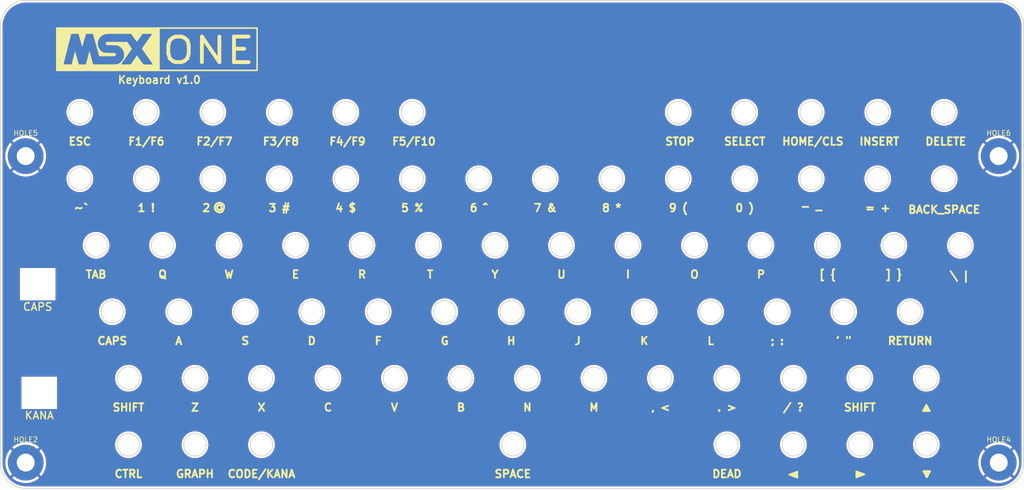
<source format=kicad_pcb>
(kicad_pcb (version 20211014) (generator pcbnew)
  (title_block (title "MSX-ONE Keyboard Cover") (date "2025-01-15") (rev "1.0"))
  (layers (0 "F.Cu" signal) (31 "B.Cu" signal) (34 "B.Paste" user) (35 "F.Paste" user) (36 "B.SilkS" user "B.Silkscreen") (37 "F.SilkS" user "F.Silkscreen") (38 "B.Mask" user) (39 "F.Mask" user) (44 "Edge.Cuts" user))
  (net 0 "")
  (net 1 "GND")
  (footprint "MountingHole:MountingHole_3.5mm_Pad" (layer "F.Cu") (at 237.0523 132.405)
    (fp_text reference "HOLE4" (at 0 -4.5) (layer "F.SilkS"))
    (fp_text value "Hole")
    (pad "1" thru_hole circle locked (at 0 0) (size 7 7) (drill 3.5) (layers *.Cu *.Mask) (net 1 "GND"))
  )
  (footprint "MountingHole:MountingHole_3.5mm_Pad" (layer "F.Cu") (at 237.0423 72.3975)
    (fp_text reference "HOLE6" (at 0 -4.5) (layer "F.SilkS"))
    (fp_text value "Hole")
    (pad "1" thru_hole circle locked (at 0 0) (size 7 7) (drill 3.5) (layers *.Cu *.Mask) (net 1 "GND"))
  )
  (footprint "MountingHole:MountingHole_3.5mm_Pad" (layer "F.Cu") (at 46.5523 132.405)
    (fp_text reference "HOLE2" (at 0 -4.5) (layer "F.SilkS"))
    (fp_text value "Hole")
    (pad "1" thru_hole circle locked (at 0 0) (size 7 7) (drill 3.5) (layers *.Cu *.Mask) (net 1 "GND"))
  )
  (footprint "MyParts:MSX-Logo" (layer "F.Cu") (at 72.39 51.435)
    (fp_text reference "G***")
    (fp_text value "LOGO" hide)
    (fp_text user "ONE" (at 9.93847 0.288784 unlocked) (layer "F.SilkS") (effects (font (size 5 6) (thickness 0.75))))
    (fp_line (start 0.257162 -4.103369) (end -19.750222 -4.103369) (layer "F.SilkS") (width 0.3))
    (fp_line (start -19.750222 -4.103369) (end -19.750222 4.180938) (layer "F.SilkS") (width 0.3))
    (fp_line (start 0.25347 4.180938) (end -19.750222 4.180938) (layer "F.SilkS") (width 0.3))
    (fp_rect (start 0.25347 -4.103369) (end 19.46347 4.180938) (layer "F.SilkS") (width 0.3) (fill none))
    (fp_poly (pts (xy 0.257162 4.180938) (xy -19.750222 4.180938) (xy -19.750222 2.979323) (xy -18.422565 2.979323) (xy -18.385127 2.988178) (xy -18.281182 2.99596) (xy -18.122371 3.002237) (xy -17.920338 3.006579) (xy -17.686725 3.008556) (xy -17.630147 3.008631) (xy -16.838687 3.008631) (xy -16.531476 1.7484) (xy -16.457085 1.444948) (xy -16.387628 1.164875) (xy -16.32547 0.917467) (xy -16.272974 0.712011) (xy -16.232507 0.557792) (xy -16.206433 0.464098) (xy -16.198233 0.43988) (xy -16.182099 0.464624) (xy -16.147887 0.556605) (xy -16.098135 0.707675) (xy -16.035382 0.909685) (xy -15.962167 1.154488) (xy -15.881027 1.433935) (xy -15.805624 1.700111) (xy -15.439046 3.008631) (xy -14.06453 3.008141) (xy -13.713599 1.682266) (xy -13.631865 1.37468) (xy -13.556358 1.092857) (xy -13.489392 0.845261) (xy -13.433283 0.640355) (xy -13.390347 0.486603) (xy -13.362899 0.392468) (xy -13.35338 0.365679) (xy -13.341369 0.404316) (xy -13.311917 0.509075) (xy -13.267589 0.670531) (xy -13.210953 0.879256) (xy -13.144575 1.125824) (xy -13.071022 1.400809) (xy -13.048151 1.486645) (xy -12.969847 1.780344) (xy -12.895248 2.059319) (xy -12.827514 2.311816) (xy -12.769806 2.526076) (xy -12.725284 2.690346) (xy -12.697109 2.792868) (xy -12.694125 2.803477) (xy -12.636039 3.008631) (xy -10.357248 3.008631) (xy -9.876582 3.008532) (xy -9.467546 3.008099) (xy -9.123615 3.007128) (xy -8.838265 3.005416) (xy -8.604972 3.002758) (xy -8.417212 2.998951) (xy -8.268461 2.99379) (xy -8.152194 2.987073) (xy -8.061888 2.978594) (xy -7.991018 2.968151) (xy -7.93306 2.955539) (xy -7.88149 2.940554) (xy -7.850802 2.930306) (xy -7.513734 2.775294) (xy -7.213688 2.559426) (xy -6.96044 2.292802) (xy -6.763769 1.985524) (xy -6.643254 1.682692) (xy -6.598696 1.45107) (xy -6.581908 1.179238) (xy -6.592539 0.899906) (xy -6.630243 0.645783) (xy -6.655333 0.550339) (xy -6.800282 0.21296) (xy -7.01061 -0.090209) (xy -7.277718 -0.350162) (xy -7.593004 -0.557891) (xy -7.806896 -0.655728) (xy -7.875489 -0.676259) (xy -7.970775 -0.693047) (xy -8.102021 -0.706751) (xy -8.278496 -0.718029) (xy -8.509468 -0.72754) (xy -8.804204 -0.735942) (xy -8.997809 -0.74035) (xy -9.307735 -0.74711) (xy -9.548957 -0.753226) (xy -9.730908 -0.759676) (xy -9.86302 -0.767434) (xy -9.954726 -0.777477) (xy -10.015459 -0.790779) (xy -10.054653 -0.808318) (xy -10.081738 -0.831068) (xy -10.101732 -0.854545) (xy -10.161348 -0.978132) (xy -10.175563 -1.123774) (xy -10.144614 -1.25929) (xy -10.098222 -1.328908) (xy -10.078865 -1.346192) (xy -10.053956 -1.360714) (xy -10.01701 -1.37271) (xy -9.961543 -1.382415) (xy -9.88107 -1.390062) (xy -9.769108 -1.395887) (xy -9.619171 -1.400125) (xy -9.424775 -1.40301) (xy -9.179437 -1.404776) (xy -8.87667 -1.40566) (xy -8.509992 -1.405895) (xy -8.072917 -1.405717) (xy -7.978299 -1.405653) (xy -5.93653 -1.404245) (xy -5.481197 -0.730467) (xy -5.025863 -0.056689) (xy -5.886346 1.173124) (xy -6.088656 1.462226) (xy -6.285595 1.743575) (xy -6.470595 2.007792) (xy -6.637084 2.245495) (xy -6.778494 2.447306) (xy -6.888253 2.603843) (xy -6.959792 2.705726) (xy -6.959833 2.705784) (xy -7.172836 3.008631) (xy -6.222529 3.008496) (xy -5.272222 3.008362) (xy -4.672208 2.129266) (xy -4.514307 1.898473) (xy -4.371184 1.690338) (xy -4.248604 1.513156) (xy -4.152328 1.375223) (xy -4.088119 1.284834) (xy -4.061741 1.250285) (xy -4.061487 1.250169) (xy -4.036827 1.280589) (xy -3.972573 1.366458) (xy -3.87464 1.499684) (xy -3.748942 1.67218) (xy -3.601394 1.875855) (xy -3.437911 2.102619) (xy -3.419397 2.128363) (xy -2.788013 3.006557) (xy -2.213041 3.018492) (xy -1.972283 3.023602) (xy -1.724884 3.029047) (xy -1.497738 3.034223) (xy -1.317739 3.038526) (xy -1.296146 3.039067) (xy -1.138392 3.039139) (xy -1.020871 3.031509) (xy -0.959506 3.017489) (xy -0.954222 3.010893) (xy -0.976187 2.972498) (xy -1.039109 2.876931) (xy -1.138532 2.730621) (xy -1.27 2.54) (xy -1.429055 2.3115) (xy -1.611242 2.051552) (xy -1.812104 1.766588) (xy -2.010858 1.486028) (xy -2.22584 1.182734) (xy -2.42705 0.897838) (xy -2.609917 0.637885) (xy -2.769871 0.409419) (xy -2.902341 0.218987) (xy -3.002757 0.073132) (xy -3.066549 -0.021598) (xy -3.088929 -0.057884) (xy -3.071619 -0.10224) (xy -3.011399 -0.204737) (xy -2.911554 -0.360475) (xy -2.775367 -0.564554) (xy -2.606124 -0.812074) (xy -2.407106 -1.098134) (xy -2.1816 -1.417835) (xy -2.110448 -1.517924) (xy -1.902198 -1.810896) (xy -1.708634 -2.084225) (xy -1.534343 -2.331362) (xy -1.38391 -2.545755) (xy -1.261923 -2.720853) (xy -1.172967 -2.850107) (xy -1.121629 -2.926965) (xy -1.11053 -2.946121) (xy -1.147817 -2.952788) (xy -1.252521 -2.95862) (xy -1.413907 -2.963356) (xy -1.621241 -2.966734) (xy -1.863787 -2.968496) (xy -2.038607 -2.968644) (xy -2.966684 -2.96715) (xy -3.337915 -2.437541) (xy -3.479518 -2.235876) (xy -3.621435 -2.034377) (xy -3.750662 -1.851467) (xy -3.854193 -1.705573) (xy -3.890105 -1.655268) (xy -4.071065 -1.402605) (xy -5.219653 -2.970139) (xy -7.551476 -2.96946) (xy -8.071571 -2.969147) (xy -8.520106 -2.968177) (xy -8.903674 -2.966016) (xy -9.228868 -2.96213) (xy -9.502283 -2.955985) (xy -9.730511 -2.947049) (xy -9.920147 -2.934786) (xy -10.077783 -2.918663) (xy -10.210014 -2.898147) (xy -10.323432 -2.872703) (xy -10.424631 -2.841798) (xy -10.520205 -2.804898) (xy -10.616747 -2.76147) (xy -10.716225 -2.713255) (xy -11.034043 -2.516366) (xy -11.295034 -2.270509) (xy -11.496515 -1.98308) (xy -11.635799 -1.661473) (xy -11.710202 -1.313082) (xy -11.717039 -0.945304) (xy -11.653626 -0.565532) (xy -11.580223 -0.333605) (xy -11.452611 -0.074178) (xy -11.275955 0.169662) (xy -11.064768 0.384066) (xy -10.833563 0.555186) (xy -10.596854 0.669172) (xy -10.50092 0.696321) (xy -10.410043 0.7084) (xy -10.254159 0.720544) (xy -10.04641 0.732095) (xy -9.79994 0.742398) (xy -9.527891 0.750796) (xy -9.318299 0.755389) (xy -9.013834 0.761097) (xy -8.777925 0.76652) (xy -8.600987 0.7726) (xy -8.47343 0.780274) (xy -8.385668 0.790484) (xy -8.328113 0.804169) (xy -8.291178 0.822268) (xy -8.265275 0.845722) (xy -8.253453 0.859766) (xy -8.198947 0.978186) (xy -8.186142 1.123525) (xy -8.215164 1.259926) (xy -8.251838 1.321552) (xy -8.271287 1.341581) (xy -8.297088 1.358039) (xy -8.336698 1.371347) (xy -8.397571 1.381928) (xy -8.487164 1.390204) (xy -8.612931 1.396597) (xy -8.782329 1.401528) (xy -9.002813 1.40542) (xy -9.281838 1.408694) (xy -9.62686 1.411774) (xy -9.881621 1.413805) (xy -11.443019 1.426015) (xy -11.682385 0.585861) (xy -11.75309 0.337253) (xy -11.840174 0.030351) (xy -11.938842 -0.317907) (xy -12.0443 -0.690583) (xy -12.151753 -1.070739) (xy -12.256408 -1.441438) (xy -12.304571 -1.612216) (xy -12.687392 -2.970139) (xy -13.356423 -2.969675) (xy -14.025453 -2.969211) (xy -14.396604 -1.682769) (xy -14.48421 -1.38265) (xy -14.565772 -1.109995) (xy -14.638682 -0.873004) (xy -14.700331 -0.67988) (xy -14.748111 -0.538823) (xy -14.779416 -0.458034) (xy -14.790976 -0.44254) (xy -14.806722 -0.490147) (xy -14.840657 -0.603854) (xy -14.890139 -0.774432) (xy -14.952523 -0.992656) (xy -15.025167 -1.249298) (xy -15.105427 -1.535132) (xy -15.159659 -1.729446) (xy -15.505119 -2.970139) (xy -16.922124 -2.970139) (xy -17.672823 -0.010062) (xy -17.791146 0.45691) (xy -17.903709 0.901954) (xy -18.009054 1.319258) (xy -18.105725 1.703011) (xy -18.192263 2.047402) (xy -18.26721 2.346619) (xy -18.329111 2.594852) (xy -18.376507 2.78629) (xy -18.40794 2.915122) (xy -18.421954 2.975535) (xy -18.422565 2.979323) (xy -19.750222 2.979323) (xy -19.750222 -4.103369) (xy 0.257162 -4.103369)) (layer "F.SilkS") (width 0) (fill solid))
  )
  (footprint "MountingHole:MountingHole_3.5mm_Pad" (layer "F.Cu") (at 46.5423 72.3975)
    (fp_text reference "HOLE5" (at 0 -4.5) (layer "F.SilkS"))
    (fp_text value "Hole")
    (pad "1" thru_hole circle locked (at 0 0) (size 7 7) (drill 3.5) (layers *.Cu *.Mask) (net 1 "GND"))
  )
  (gr_circle (center 170.815 115.8875) (end 173.015 115.8875) (layer "Edge.Cuts") (width 0.15) (fill none))
  (gr_circle (center 60.325 89.8525) (end 62.525 89.8525) (layer "Edge.Cuts") (width 0.15) (fill none))
  (gr_circle (center 57.15 76.835) (end 59.35 76.835) (layer "Edge.Cuts") (width 0.15) (fill none))
  (gr_circle (center 164.465 89.8525) (end 166.665 89.8525) (layer "Edge.Cuts") (width 0.15) (fill none))
  (gr_circle (center 118.745 115.8875) (end 120.945 115.8875) (layer "Edge.Cuts") (width 0.15) (fill none))
  (gr_circle (center 144.78 115.8875) (end 146.98 115.8875) (layer "Edge.Cuts") (width 0.15) (fill none))
  (gr_circle (center 151.4475 89.8525) (end 153.6475 89.8525) (layer "Edge.Cuts") (width 0.15) (fill none))
  (gr_circle (center 122.2375 63.8175) (end 124.4375 63.8175) (layer "Edge.Cuts") (width 0.15) (fill none))
  (gr_circle (center 200.3425 63.8175) (end 202.5425 63.8175) (layer "Edge.Cuts") (width 0.15) (fill none))
  (gr_circle (center 112.395 89.8525) (end 114.595 89.8525) (layer "Edge.Cuts") (width 0.15) (fill none))
  (gr_circle (center 196.85 115.8875) (end 199.05 115.8875) (layer "Edge.Cuts") (width 0.15) (fill none))
  (gr_circle (center 79.6925 128.905) (end 81.8925 128.905) (layer "Edge.Cuts") (width 0.15) (fill none))
  (gr_circle (center 229.5525 89.8525) (end 231.7525 89.8525) (layer "Edge.Cuts") (width 0.15) (fill none))
  (gr_circle (center 115.57 102.87) (end 117.77 102.87) (layer "Edge.Cuts") (width 0.15) (fill none))
  (gr_circle (center 92.71 128.905) (end 94.91 128.905) (layer "Edge.Cuts") (width 0.15) (fill none))
  (gr_circle (center 76.5175 102.87) (end 78.7175 102.87) (layer "Edge.Cuts") (width 0.15) (fill none))
  (gr_circle (center 141.605 102.87) (end 143.805 102.87) (layer "Edge.Cuts") (width 0.15) (fill none))
  (gr_circle (center 99.3775 89.8525) (end 101.5775 89.8525) (layer "Edge.Cuts") (width 0.15) (fill none))
  (gr_circle (center 66.675 115.8875) (end 68.875 115.8875) (layer "Edge.Cuts") (width 0.15) (fill none))
  (gr_circle (center 174.3075 76.835) (end 176.5075 76.835) (layer "Edge.Cuts") (width 0.15) (fill none))
  (gr_circle (center 125.4125 89.8525) (end 127.6125 89.8525) (layer "Edge.Cuts") (width 0.15) (fill none))
  (gr_circle (center 222.885 128.905) (end 225.085 128.905) (layer "Edge.Cuts") (width 0.15) (fill none))
  (gr_circle (center 89.535 102.87) (end 91.735 102.87) (layer "Edge.Cuts") (width 0.15) (fill none))
  (gr_circle (center 154.6225 102.87) (end 156.8225 102.87) (layer "Edge.Cuts") (width 0.15) (fill none))
  (gr_circle (center 226.3775 63.8175) (end 228.5775 63.8175) (layer "Edge.Cuts") (width 0.15) (fill none))
  (gr_circle (center 187.325 76.835) (end 189.525 76.835) (layer "Edge.Cuts") (width 0.15) (fill none))
  (gr_circle (center 83.185 76.835) (end 85.385 76.835) (layer "Edge.Cuts") (width 0.15) (fill none))
  (gr_circle (center 109.22 76.835) (end 111.42 76.835) (layer "Edge.Cuts") (width 0.15) (fill none))
  (gr_circle (center 96.2025 63.8175) (end 98.4025 63.8175) (layer "Edge.Cuts") (width 0.15) (fill none))
  (gr_circle (center 187.325 63.8175) (end 189.525 63.8175) (layer "Edge.Cuts") (width 0.15) (fill none))
  (gr_arc locked (start 46.6725 137.4775) (mid 43.080398 135.989602) (end 41.5925 132.3975) (layer "Edge.Cuts") (width 0.15))
  (gr_line locked (start 236.855 41.91) (end 46.6725 41.91) (layer "Edge.Cuts") (width 0.15))
  (gr_arc locked (start 236.855 41.91) (mid 240.447102 43.397898) (end 241.935 46.99) (layer "Edge.Cuts") (width 0.15))
  (gr_circle (center 174.3075 63.8175) (end 176.5075 63.8175) (layer "Edge.Cuts") (width 0.15) (fill none))
  (gr_circle (center 222.885 115.8875) (end 225.085 115.8875) (layer "Edge.Cuts") (width 0.15) (fill none))
  (gr_circle (center 209.8675 115.8875) (end 212.0675 115.8875) (layer "Edge.Cuts") (width 0.15) (fill none))
  (gr_circle (center 141.9225 128.905) (end 144.1225 128.905) (layer "Edge.Cuts") (width 0.15) (fill none))
  (gr_circle (center 70.1675 63.8175) (end 72.3675 63.8175) (layer "Edge.Cuts") (width 0.15) (fill none))
  (gr_circle (center 183.8325 115.8875) (end 186.0325 115.8875) (layer "Edge.Cuts") (width 0.15) (fill none))
  (gr_circle (center 131.7625 115.8875) (end 133.9625 115.8875) (layer "Edge.Cuts") (width 0.15) (fill none))
  (gr_circle (center 102.5525 102.87) (end 104.7525 102.87) (layer "Edge.Cuts") (width 0.15) (fill none))
  (gr_circle (center 226.3775 76.835) (end 228.5775 76.835) (layer "Edge.Cuts") (width 0.15) (fill none))
  (gr_circle (center 128.5875 102.87) (end 130.7875 102.87) (layer "Edge.Cuts") (width 0.15) (fill none))
  (gr_circle (center 167.64 102.87) (end 169.84 102.87) (layer "Edge.Cuts") (width 0.15) (fill none))
  (gr_circle (center 57.15 63.8175) (end 59.35 63.8175) (layer "Edge.Cuts") (width 0.15) (fill none))
  (gr_circle (center 63.5 102.87) (end 65.7 102.87) (layer "Edge.Cuts") (width 0.15) (fill none))
  (gr_circle (center 105.7275 115.8875) (end 107.9275 115.8875) (layer "Edge.Cuts") (width 0.15) (fill none))
  (gr_circle (center 206.6925 102.87) (end 208.8925 102.87) (layer "Edge.Cuts") (width 0.15) (fill none))
  (gr_circle (center 66.675 128.905) (end 68.875 128.905) (layer "Edge.Cuts") (width 0.15) (fill none))
  (gr_circle (center 183.8325 128.905) (end 186.0325 128.905) (layer "Edge.Cuts") (width 0.15) (fill none))
  (gr_circle (center 213.36 63.8175) (end 215.56 63.8175) (layer "Edge.Cuts") (width 0.15) (fill none))
  (gr_circle (center 148.2725 76.835) (end 150.4725 76.835) (layer "Edge.Cuts") (width 0.15) (fill none))
  (gr_circle (center 122.2375 76.835) (end 124.4375 76.835) (layer "Edge.Cuts") (width 0.15) (fill none))
  (gr_circle (center 138.43 89.8525) (end 140.63 89.8525) (layer "Edge.Cuts") (width 0.15) (fill none))
  (gr_circle (center 135.255 76.835) (end 137.455 76.835) (layer "Edge.Cuts") (width 0.15) (fill none))
  (gr_circle (center 196.85 128.905) (end 199.05 128.905) (layer "Edge.Cuts") (width 0.15) (fill none))
  (gr_circle (center 79.6925 115.8875) (end 81.8925 115.8875) (layer "Edge.Cuts") (width 0.15) (fill none))
  (gr_circle (center 86.36 89.8525) (end 88.56 89.8525) (layer "Edge.Cuts") (width 0.15) (fill none))
  (gr_circle (center 219.71 102.87) (end 221.91 102.87) (layer "Edge.Cuts") (width 0.15) (fill none))
  (gr_circle (center 216.535 89.8525) (end 218.735 89.8525) (layer "Edge.Cuts") (width 0.15) (fill none))
  (gr_arc locked (start 241.935 132.3975) (mid 240.447102 135.989602) (end 236.855 137.4775) (layer "Edge.Cuts") (width 0.15))
  (gr_circle (center 83.185 63.8175) (end 85.385 63.8175) (layer "Edge.Cuts") (width 0.15) (fill none))
  (gr_circle (center 203.5175 89.8525) (end 205.7175 89.8525) (layer "Edge.Cuts") (width 0.15) (fill none))
  (gr_circle (center 109.22 63.8175) (end 111.42 63.8175) (layer "Edge.Cuts") (width 0.15) (fill none))
  (gr_circle (center 73.3425 89.8525) (end 75.5425 89.8525) (layer "Edge.Cuts") (width 0.15) (fill none))
  (gr_circle (center 96.2025 76.835) (end 98.4025 76.835) (layer "Edge.Cuts") (width 0.15) (fill none))
  (gr_circle (center 70.1675 76.835) (end 72.3675 76.835) (layer "Edge.Cuts") (width 0.15) (fill none))
  (gr_circle (center 193.675 102.87) (end 195.875 102.87) (layer "Edge.Cuts") (width 0.15) (fill none))
  (gr_circle (center 213.36 76.835) (end 215.56 76.835) (layer "Edge.Cuts") (width 0.15) (fill none))
  (gr_circle (center 157.7975 115.8875) (end 159.9975 115.8875) (layer "Edge.Cuts") (width 0.15) (fill none))
  (gr_circle (center 190.5 89.8525) (end 192.7 89.8525) (layer "Edge.Cuts") (width 0.15) (fill none))
  (gr_circle (center 180.6575 102.87) (end 182.8575 102.87) (layer "Edge.Cuts") (width 0.15) (fill none))
  (gr_arc locked (start 41.5925 46.99) (mid 43.080398 43.397898) (end 46.6725 41.91) (layer "Edge.Cuts") (width 0.15))
  (gr_circle (center 177.4825 89.8525) (end 179.6825 89.8525) (layer "Edge.Cuts") (width 0.15) (fill none))
  (gr_circle (center 92.71 115.8875) (end 94.91 115.8875) (layer "Edge.Cuts") (width 0.15) (fill none))
  (gr_line locked (start 241.935 132.3975) (end 241.935 46.99) (layer "Edge.Cuts") (width 0.15))
  (gr_line locked (start 41.5925 46.99) (end 41.5925 132.3975) (layer "Edge.Cuts") (width 0.15))
  (gr_line locked (start 46.6725 137.4775) (end 236.855 137.4775) (layer "Edge.Cuts") (width 0.15))
  (gr_circle (center 161.29 76.835) (end 163.49 76.835) (layer "Edge.Cuts") (width 0.15) (fill none))
  (gr_circle (center 200.3425 76.835) (end 202.5425 76.835) (layer "Edge.Cuts") (width 0.15) (fill none))
  (gr_circle (center 209.8675 128.905) (end 212.0675 128.905) (layer "Edge.Cuts") (width 0.15) (fill none))
  (gr_text "STOP" (at 174.625 69.5325) (layer "F.SilkS") (effects (font (size 1.5 1.5) (thickness 0.35))))
  (gr_text "DELETE" (at 226.695 69.5325) (layer "F.SilkS") (effects (font (size 1.5 1.5) (thickness 0.35))))
  (gr_text "I" (at 164.452327 95.554366) (layer "F.SilkS") (effects (font (size 1.5 1.5) (thickness 0.35))))
  (gr_text "KANA" (at 49.2125 123.19) (layer "F.SilkS") (effects (font (size 1.5 1.5) (thickness 0.25))))
  (gr_text "CODE/KANA" (at 92.71 134.62) (layer "F.SilkS") (effects (font (size 1.5 1.5) (thickness 0.35))))
  (gr_text "T" (at 125.73 95.5675) (layer "F.SilkS") (effects (font (size 1.5 1.5) (thickness 0.35))))
  (gr_text "F1/F6" (at 70.1675 69.5325) (layer "F.SilkS") (effects (font (size 1.5 1.5) (thickness 0.35))))
  (gr_text "R" (at 112.395 95.5675) (layer "F.SilkS") (effects (font (size 1.5 1.5) (thickness 0.35))))
  (gr_text "0 )" (at 187.325 82.55) (layer "F.SilkS") (effects (font (size 1.5 1.5) (thickness 0.35))))
  (gr_text "RETURN" (at 219.71 108.585) (layer "F.SilkS") (effects (font (size 1.5 1.5) (thickness 0.35))))
  (gr_text "GRAPH" (at 79.6925 134.62) (layer "F.SilkS") (effects (font (size 1.5 1.5) (thickness 0.35))))
  (gr_text "6 ^" (at 135.255 82.55) (layer "F.SilkS") (effects (font (size 1.5 1.5) (thickness 0.35))))
  (gr_text "G" (at 128.5875 108.585) (layer "F.SilkS") (effects (font (size 1.5 1.5) (thickness 0.35))))
  (gr_text "F2/F7" (at 83.5025 69.5325) (layer "F.SilkS") (effects (font (size 1.5 1.5) (thickness 0.35))))
  (gr_text "X" (at 92.71 121.6025) (layer "F.SilkS") (effects (font (size 1.5 1.5) (thickness 0.35))))
  (gr_text "8 *" (at 161.29 82.55) (layer "F.SilkS") (effects (font (size 1.5 1.5) (thickness 0.35))))
  (gr_text "~`" (at 57.4675 82.55) (layer "F.SilkS") (effects (font (size 1.5 2.5) (thickness 0.35))))
  (gr_text "D" (at 102.5525 108.585) (layer "F.SilkS") (effects (font (size 1.5 1.5) (thickness 0.35))))
  (gr_text "; :" (at 193.675 108.585) (layer "F.SilkS") (effects (font (size 1.5 1.5) (thickness 0.35))))
  (gr_text "1 !" (at 70.1675 82.55) (layer "F.SilkS") (effects (font (size 1.5 1.5) (thickness 0.35))))
  (gr_text "SELECT" (at 187.325 69.5325) (layer "F.SilkS") (effects (font (size 1.5 1.5) (thickness 0.35))))
  (gr_text "K" (at 167.637572 108.5746) (layer "F.SilkS") (effects (font (size 1.5 1.5) (thickness 0.35))))
  (gr_text "SPACE" (at 141.9225 134.62) (layer "F.SilkS") (effects (font (size 1.5 1.5) (thickness 0.35))))
  (gr_text "E" (at 99.3775 95.5675) (layer "F.SilkS") (effects (font (size 1.5 1.5) (thickness 0.35))))
  (gr_text "C" (at 105.7275 121.6025) (layer "F.SilkS") (effects (font (size 1.5 1.5) (thickness 0.35))))
  (gr_text "7 &" (at 148.2725 82.55) (layer "F.SilkS") (effects (font (size 1.5 1.5) (thickness 0.35))))
  (gr_text "Keyboard v1.0" (at 72.7075 57.4675) (layer "F.SilkS") (effects (font (size 1.5 1.5) (thickness 0.3))))
  (gr_text "- _" (at 200.3425 82.2325) (layer "F.SilkS") (effects (font (size 1.5 1.5) (thickness 0.35))))
  (gr_text "4 $" (at 109.22 82.55) (layer "F.SilkS") (effects (font (size 1.5 1.5) (thickness 0.35))))
  (gr_text "Q" (at 73.3425 95.5675) (layer "F.SilkS") (effects (font (size 1.5 1.5) (thickness 0.35))))
  (gr_text "N" (at 144.78 121.6025) (layer "F.SilkS") (effects (font (size 1.5 1.5) (thickness 0.35))))
  (gr_text "CAPS" (at 63.5 108.585) (layer "F.SilkS") (effects (font (size 1.5 1.5) (thickness 0.35))))
  (gr_text "BACK_SPACE" (at 226.3775 82.8675) (layer "F.SilkS") (effects (font (size 1.5 1.5) (thickness 0.35))))
  (gr_text "Y" (at 138.43 95.5675) (layer "F.SilkS") (effects (font (size 1.5 1.5) (thickness 0.35))))
  (gr_text "TAB" (at 60.325 95.5675) (layer "F.SilkS") (effects (font (size 1.5 1.5) (thickness 0.35))))
  (gr_text "' \"" (at 206.6925 108.585) (layer "F.SilkS") (effects (font (size 1.5 1.5) (thickness 0.35))))
  (gr_text "▲" (at 222.885 121.6025) (layer "F.SilkS") (effects (font (size 1.5 1.5) (thickness 0.35))))
  (gr_text "3 #" (at 96.2025 82.55) (layer "F.SilkS") (effects (font (size 1.5 1.5) (thickness 0.35))))
  (gr_text "▼" (at 222.969855 134.569753) (layer "F.SilkS") (effects (font (size 1.5 1.5) (thickness 0.35))))
  (gr_text "Z" (at 79.6925 121.6025) (layer "F.SilkS") (effects (font (size 1.5 1.5) (thickness 0.35))))
  (gr_text "A" (at 76.5175 108.585) (layer "F.SilkS") (effects (font (size 1.5 1.5) (thickness 0.35))))
  (gr_text "F4/F9" (at 109.5375 69.5325) (layer "F.SilkS") (effects (font (size 1.5 1.5) (thickness 0.35))))
  (gr_text "INSERT" (at 213.6775 69.5325) (layer "F.SilkS") (effects (font (size 1.5 1.5) (thickness 0.35))))
  (gr_text "5 %" (at 122.2375 82.55) (layer "F.SilkS") (effects (font (size 1.5 1.5) (thickness 0.35))))
  (gr_text "O" (at 177.4825 95.5675) (layer "F.SilkS") (effects (font (size 1.5 1.5) (thickness 0.35))))
  (gr_text "W" (at 86.36 95.5675) (layer "F.SilkS") (effects (font (size 1.5 1.5) (thickness 0.35))))
  (gr_text "] }" (at 216.535 95.5675) (layer "F.SilkS") (effects (font (size 1.5 1.5) (thickness 0.35))))
  (gr_text "@" (at 84.455 82.2325) (layer "F.SilkS") (effects (font (size 2 2) (thickness 0.35))))
  (gr_text "9 (" (at 174.3075 82.55) (layer "F.SilkS") (effects (font (size 1.5 1.5) (thickness 0.35))))
  (gr_text "SHIFT" (at 66.675 121.6025) (layer "F.SilkS") (effects (font (size 1.5 1.5) (thickness 0.35))))
  (gr_text "HOME/CLS" (at 200.66 69.5325) (layer "F.SilkS") (effects (font (size 1.5 1.5) (thickness 0.35))))
  (gr_text "V" (at 118.745 121.6025) (layer "F.SilkS") (effects (font (size 1.5 1.5) (thickness 0.35))))
  (gr_text "◄" (at 196.85 134.62) (layer "F.SilkS") (effects (font (size 2 2) (thickness 0.35))))
  (gr_text "S" (at 89.52566 108.5746) (layer "F.SilkS") (effects (font (size 1.5 1.5) (thickness 0.35))))
  (gr_text "M" (at 157.7975 121.6025) (layer "F.SilkS") (effects (font (size 1.5 1.5) (thickness 0.35))))
  (gr_text "ESC" (at 57.15 69.5325) (layer "F.SilkS") (effects (font (size 1.5 1.5) (thickness 0.35))))
  (gr_text "DEAD" (at 183.8325 134.62) (layer "F.SilkS") (effects (font (size 1.5 1.5) (thickness 0.35))))
  (gr_text "CAPS" (at 48.895 101.9175) (layer "F.SilkS") (effects (font (size 1.5 1.5) (thickness 0.25))))
  (gr_text "F5/F10" (at 122.555 69.5325) (layer "F.SilkS") (effects (font (size 1.5 1.5) (thickness 0.35))))
  (gr_text "F3/F8" (at 96.52 69.5325) (layer "F.SilkS") (effects (font (size 1.5 1.5) (thickness 0.35))))
  (gr_text "CTRL" (at 66.675 134.62) (layer "F.SilkS") (effects (font (size 1.5 1.5) (thickness 0.35))))
  (gr_text "►" (at 209.946003 134.559338) (layer "F.SilkS") (effects (font (size 2 2) (thickness 0.35))))
  (gr_text "[ {" (at 203.5175 95.5675) (layer "F.SilkS") (effects (font (size 1.5 1.5) (thickness 0.35))))
  (gr_text "L" (at 180.6575 108.585) (layer "F.SilkS") (effects (font (size 1.5 1.5) (thickness 0.35))))
  (gr_text "@" (at 84.455 82.2325) (layer "F.SilkS") (effects (font (size 2 2) (thickness 0.35))))
  (gr_text "2" (at 81.915 82.55) (layer "F.SilkS") (effects (font (size 1.5 1.5) (thickness 0.35))))
  (gr_text "= +" (at 213.36 82.55) (layer "F.SilkS") (effects (font (size 1.5 1.5) (thickness 0.35))))
  (gr_text "H" (at 141.605 108.585) (layer "F.SilkS") (effects (font (size 1.5 1.5) (thickness 0.35))))
  (gr_text "SHIFT" (at 209.8675 121.6025) (layer "F.SilkS") (effects (font (size 1.5 1.5) (thickness 0.35))))
  (gr_text "P" (at 190.5 95.5675) (layer "F.SilkS") (effects (font (size 1.5 1.5) (thickness 0.35))))
  (gr_text ". >" (at 183.8325 121.6025) (layer "F.SilkS") (effects (font (size 1.5 1.5) (thickness 0.35))))
  (gr_text "/ ?" (at 196.85 121.6025) (layer "F.SilkS") (effects (font (size 1.5 1.5) (thickness 0.35))))
  (gr_text ", <" (at 170.815 121.6025) (layer "F.SilkS") (effects (font (size 1.5 1.5) (thickness 0.35))))
  (gr_text "B" (at 131.7625 121.6025) (layer "F.SilkS") (effects (font (size 1.5 1.5) (thickness 0.35))))
  (gr_text "\\ |" (at 229.5525 95.885) (layer "F.SilkS") (effects (font (size 1.5 1.5) (thickness 0.35))))
  (gr_text "F" (at 115.57 108.585) (layer "F.SilkS") (effects (font (size 1.5 1.5) (thickness 0.35))))
  (gr_text "J" (at 154.6225 108.585) (layer "F.SilkS") (effects (font (size 1.5 1.5) (thickness 0.35))))
  (gr_text "U" (at 151.4475 95.5675) (layer "F.SilkS") (effects (font (size 1.5 1.5) (thickness 0.35))))
  (zone (net 0) (net_name "") (layers F&B.Cu) (connect_pads (clearance 0)) (min_thickness 0.254)
    (keepout (tracks not_allowed) (vias not_allowed) (pads not_allowed) (copperpour not_allowed) (footprints allowed))
    (fill (thermal_gap 0.508) (thermal_bridge_width 0.508))
    (polygon (pts (xy 52.705 121.92) (xy 45.72 121.92) (xy 45.72 115.57) (xy 52.705 115.57)))
  )
  (zone (net 1) (net_name "GND") (layers F&B.Cu) (connect_pads (clearance 0.4318)) (min_thickness 0.254) (fill yes (thermal_gap 0.508) (thermal_bridge_width 0.508))
    (polygon (pts (xy 241.935 137.4775) (xy 41.5925 137.4775) (xy 41.5925 41.91) (xy 241.935 41.91)))
  )
  (zone (net 0) (net_name "") (layers F&B.Cu) (connect_pads (clearance 0)) (min_thickness 0.254)
    (keepout (tracks not_allowed) (vias not_allowed) (pads not_allowed) (copperpour not_allowed) (footprints allowed))
    (fill (thermal_gap 0.508) (thermal_bridge_width 0.508))
    (polygon (pts (xy 52.3875 100.6475) (xy 45.4025 100.6475) (xy 45.4025 94.2975) (xy 52.3875 94.2975)))
  )
)
</source>
